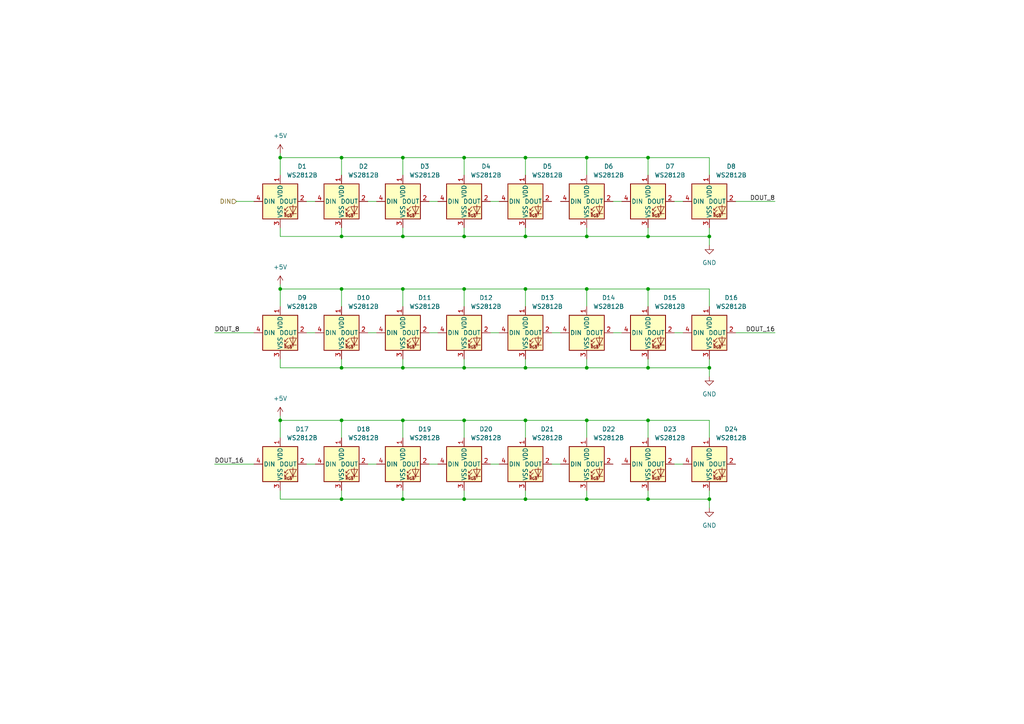
<source format=kicad_sch>
(kicad_sch (version 20230121) (generator eeschema)
  (paper "A4")
  (lib_symbols
    (symbol "LED:WS2812B" (pin_names (offset 0.254))
      (property "Reference" "D" (at 5.08 5.715 0))
      (property "Value" "WS2812B" (at 1.27 -5.715 0))
      (symbol "WS2812B_0_0"
        (text "RGB" (at 2.286 -4.191 0) (effects (font (size 0.762 0.762))))
      )
      (symbol "WS2812B_0_1"
        (polyline (pts (xy 1.27 -3.556) (xy 1.778 -3.556)))
        (polyline (pts (xy 1.27 -2.54) (xy 1.778 -2.54)))
        (polyline (pts (xy 4.699 -3.556) (xy 2.667 -3.556)))
        (polyline (pts (xy 2.286 -2.54) (xy 1.27 -3.556) (xy 1.27 -3.048)))
        (polyline (pts (xy 2.286 -1.524) (xy 1.27 -2.54) (xy 1.27 -2.032)))
        (polyline (pts (xy 3.683 -1.016) (xy 3.683 -3.556) (xy 3.683 -4.064)))
        (polyline (pts (xy 4.699 -1.524) (xy 2.667 -1.524) (xy 3.683 -3.556) (xy 4.699 -1.524)))
        (rectangle (start 5.08 5.08) (end -5.08 -5.08) (stroke (width 0.254)) (fill (type background)))
      )
      (symbol "WS2812B_1_1"
        (pin power_in line (at 0 7.62 270) (length 2.54) (name "VDD") (number "1"))
        (pin output line (at 7.62 0 180) (length 2.54) (name "DOUT") (number "2"))
        (pin power_in line (at 0 -7.62 90) (length 2.54) (name "VSS") (number "3"))
        (pin input line (at -7.62 0 0) (length 2.54) (name "DIN") (number "4"))
      )
    )
    (symbol "power:+5V" (power) (pin_names (offset 0))
      (property "Value" "+5V" (at 0 3.556 0))
      (symbol "+5V_0_1"
        (polyline (pts (xy -0.762 1.27) (xy 0 2.54)))
        (polyline (pts (xy 0 0) (xy 0 2.54)))
        (polyline (pts (xy 0 2.54) (xy 0.762 1.27)))
      )
      (symbol "+5V_1_1"
        (pin power_in line (at 0 0 90) (length 0) hide (name "+5V") (number "1"))
      )
    )
    (symbol "power:GND" (power) (pin_names (offset 0))
      (property "Value" "GND" (at 0 -3.81 0))
      (symbol "GND_0_1"
        (polyline (pts (xy 0 0) (xy 0 -1.27) (xy 1.27 -1.27) (xy 0 -2.54) (xy -1.27 -1.27) (xy 0 -1.27)))
      )
      (symbol "GND_1_1"
        (pin power_in line (at 0 0 270) (length 0) hide (name "GND") (number "1"))
      )
    )
  )
  (junction (at 99.06 45.72))
  (junction (at 152.4 106.68))
  (junction (at 99.06 68.58))
  (junction (at 99.06 121.92))
  (junction (at 187.96 121.92))
  (junction (at 152.4 121.92))
  (junction (at 170.18 83.82))
  (junction (at 134.62 106.68))
  (junction (at 134.62 121.92))
  (junction (at 81.28 45.72))
  (junction (at 116.84 144.78))
  (junction (at 134.62 68.58))
  (junction (at 116.84 45.72))
  (junction (at 170.18 45.72))
  (junction (at 134.62 83.82))
  (junction (at 99.06 83.82))
  (junction (at 116.84 121.92))
  (junction (at 116.84 83.82))
  (junction (at 187.96 83.82))
  (junction (at 152.4 144.78))
  (junction (at 205.74 68.58))
  (junction (at 152.4 45.72))
  (junction (at 170.18 144.78))
  (junction (at 134.62 144.78))
  (junction (at 116.84 106.68))
  (junction (at 134.62 45.72))
  (junction (at 99.06 106.68))
  (junction (at 152.4 83.82))
  (junction (at 187.96 106.68))
  (junction (at 187.96 68.58))
  (junction (at 170.18 68.58))
  (junction (at 99.06 144.78))
  (junction (at 187.96 45.72))
  (junction (at 116.84 68.58))
  (junction (at 152.4 68.58))
  (junction (at 205.74 144.78))
  (junction (at 205.74 106.68))
  (junction (at 81.28 83.82))
  (junction (at 170.18 121.92))
  (junction (at 187.96 144.78))
  (junction (at 170.18 106.68))
  (junction (at 81.28 121.92))
  (wire (pts (xy 134.62 104.14) (xy 134.62 106.68)))
  (wire (pts (xy 116.84 142.24) (xy 116.84 144.78)))
  (wire (pts (xy 152.4 106.68) (xy 170.18 106.68)))
  (wire (pts (xy 170.18 45.72) (xy 152.4 45.72)))
  (wire (pts (xy 99.06 83.82) (xy 81.28 83.82)))
  (wire (pts (xy 170.18 66.04) (xy 170.18 68.58)))
  (wire (pts (xy 116.84 144.78) (xy 134.62 144.78)))
  (wire (pts (xy 170.18 144.78) (xy 187.96 144.78)))
  (wire (pts (xy 152.4 144.78) (xy 170.18 144.78)))
  (wire (pts (xy 170.18 50.8) (xy 170.18 45.72)))
  (wire (pts (xy 170.18 104.14) (xy 170.18 106.68)))
  (wire (pts (xy 134.62 106.68) (xy 152.4 106.68)))
  (wire (pts (xy 88.9 58.42) (xy 91.44 58.42)))
  (wire (pts (xy 134.62 68.58) (xy 152.4 68.58)))
  (wire (pts (xy 205.74 50.8) (xy 205.74 45.72)))
  (wire (pts (xy 195.58 134.62) (xy 198.12 134.62)))
  (wire (pts (xy 116.84 127) (xy 116.84 121.92)))
  (wire (pts (xy 170.18 88.9) (xy 170.18 83.82)))
  (wire (pts (xy 99.06 142.24) (xy 99.06 144.78)))
  (wire (pts (xy 205.74 66.04) (xy 205.74 68.58)))
  (wire (pts (xy 152.4 68.58) (xy 170.18 68.58)))
  (wire (pts (xy 187.96 144.78) (xy 205.74 144.78)))
  (wire (pts (xy 160.02 134.62) (xy 162.56 134.62)))
  (wire (pts (xy 170.18 121.92) (xy 152.4 121.92)))
  (wire (pts (xy 99.06 144.78) (xy 116.84 144.78)))
  (wire (pts (xy 177.8 96.52) (xy 180.34 96.52)))
  (wire (pts (xy 205.74 121.92) (xy 187.96 121.92)))
  (wire (pts (xy 187.96 121.92) (xy 170.18 121.92)))
  (wire (pts (xy 116.84 45.72) (xy 99.06 45.72)))
  (wire (pts (xy 152.4 88.9) (xy 152.4 83.82)))
  (wire (pts (xy 205.74 104.14) (xy 205.74 106.68)))
  (wire (pts (xy 170.18 106.68) (xy 187.96 106.68)))
  (wire (pts (xy 187.96 68.58) (xy 205.74 68.58)))
  (wire (pts (xy 142.24 58.42) (xy 144.78 58.42)))
  (wire (pts (xy 99.06 104.14) (xy 99.06 106.68)))
  (wire (pts (xy 152.4 50.8) (xy 152.4 45.72)))
  (wire (pts (xy 187.96 50.8) (xy 187.96 45.72)))
  (wire (pts (xy 81.28 66.04) (xy 81.28 68.58)))
  (wire (pts (xy 134.62 142.24) (xy 134.62 144.78)))
  (wire (pts (xy 134.62 45.72) (xy 116.84 45.72)))
  (wire (pts (xy 134.62 66.04) (xy 134.62 68.58)))
  (wire (pts (xy 124.46 96.52) (xy 127 96.52)))
  (wire (pts (xy 205.74 45.72) (xy 187.96 45.72)))
  (wire (pts (xy 106.68 134.62) (xy 109.22 134.62)))
  (wire (pts (xy 99.06 106.68) (xy 116.84 106.68)))
  (wire (pts (xy 99.06 121.92) (xy 81.28 121.92)))
  (wire (pts (xy 81.28 83.82) (xy 81.28 88.9)))
  (wire (pts (xy 81.28 144.78) (xy 99.06 144.78)))
  (wire (pts (xy 160.02 96.52) (xy 162.56 96.52)))
  (wire (pts (xy 187.96 104.14) (xy 187.96 106.68)))
  (wire (pts (xy 88.9 134.62) (xy 91.44 134.62)))
  (wire (pts (xy 134.62 88.9) (xy 134.62 83.82)))
  (wire (pts (xy 81.28 82.55) (xy 81.28 83.82)))
  (wire (pts (xy 124.46 58.42) (xy 127 58.42)))
  (wire (pts (xy 116.84 88.9) (xy 116.84 83.82)))
  (wire (pts (xy 177.8 58.42) (xy 180.34 58.42)))
  (wire (pts (xy 187.96 66.04) (xy 187.96 68.58)))
  (wire (pts (xy 116.84 83.82) (xy 99.06 83.82)))
  (wire (pts (xy 187.96 142.24) (xy 187.96 144.78)))
  (wire (pts (xy 205.74 144.78) (xy 205.74 147.32)))
  (wire (pts (xy 213.36 58.42) (xy 224.79 58.42)))
  (wire (pts (xy 81.28 68.58) (xy 99.06 68.58)))
  (wire (pts (xy 170.18 68.58) (xy 187.96 68.58)))
  (wire (pts (xy 152.4 66.04) (xy 152.4 68.58)))
  (wire (pts (xy 187.96 88.9) (xy 187.96 83.82)))
  (wire (pts (xy 81.28 121.92) (xy 81.28 127)))
  (wire (pts (xy 170.18 83.82) (xy 152.4 83.82)))
  (wire (pts (xy 195.58 96.52) (xy 198.12 96.52)))
  (wire (pts (xy 99.06 45.72) (xy 81.28 45.72)))
  (wire (pts (xy 187.96 83.82) (xy 170.18 83.82)))
  (wire (pts (xy 134.62 83.82) (xy 116.84 83.82)))
  (wire (pts (xy 187.96 127) (xy 187.96 121.92)))
  (wire (pts (xy 205.74 142.24) (xy 205.74 144.78)))
  (wire (pts (xy 205.74 127) (xy 205.74 121.92)))
  (wire (pts (xy 205.74 106.68) (xy 205.74 109.22)))
  (wire (pts (xy 142.24 134.62) (xy 144.78 134.62)))
  (wire (pts (xy 205.74 83.82) (xy 187.96 83.82)))
  (wire (pts (xy 152.4 142.24) (xy 152.4 144.78)))
  (wire (pts (xy 116.84 68.58) (xy 134.62 68.58)))
  (wire (pts (xy 124.46 134.62) (xy 127 134.62)))
  (wire (pts (xy 99.06 127) (xy 99.06 121.92)))
  (wire (pts (xy 170.18 142.24) (xy 170.18 144.78)))
  (wire (pts (xy 81.28 142.24) (xy 81.28 144.78)))
  (wire (pts (xy 152.4 45.72) (xy 134.62 45.72)))
  (wire (pts (xy 81.28 44.45) (xy 81.28 45.72)))
  (wire (pts (xy 99.06 50.8) (xy 99.06 45.72)))
  (wire (pts (xy 81.28 104.14) (xy 81.28 106.68)))
  (wire (pts (xy 187.96 45.72) (xy 170.18 45.72)))
  (wire (pts (xy 116.84 66.04) (xy 116.84 68.58)))
  (wire (pts (xy 213.36 96.52) (xy 224.79 96.52)))
  (wire (pts (xy 81.28 106.68) (xy 99.06 106.68)))
  (wire (pts (xy 134.62 50.8) (xy 134.62 45.72)))
  (wire (pts (xy 62.23 96.52) (xy 73.66 96.52)))
  (wire (pts (xy 152.4 83.82) (xy 134.62 83.82)))
  (wire (pts (xy 99.06 68.58) (xy 116.84 68.58)))
  (wire (pts (xy 116.84 104.14) (xy 116.84 106.68)))
  (wire (pts (xy 116.84 106.68) (xy 134.62 106.68)))
  (wire (pts (xy 170.18 127) (xy 170.18 121.92)))
  (wire (pts (xy 81.28 45.72) (xy 81.28 50.8)))
  (wire (pts (xy 99.06 66.04) (xy 99.06 68.58)))
  (wire (pts (xy 99.06 88.9) (xy 99.06 83.82)))
  (wire (pts (xy 187.96 106.68) (xy 205.74 106.68)))
  (wire (pts (xy 195.58 58.42) (xy 198.12 58.42)))
  (wire (pts (xy 142.24 96.52) (xy 144.78 96.52)))
  (wire (pts (xy 152.4 127) (xy 152.4 121.92)))
  (wire (pts (xy 68.58 58.42) (xy 73.66 58.42)))
  (wire (pts (xy 205.74 88.9) (xy 205.74 83.82)))
  (wire (pts (xy 134.62 144.78) (xy 152.4 144.78)))
  (wire (pts (xy 62.23 134.62) (xy 73.66 134.62)))
  (wire (pts (xy 205.74 68.58) (xy 205.74 71.12)))
  (wire (pts (xy 134.62 121.92) (xy 116.84 121.92)))
  (wire (pts (xy 81.28 120.65) (xy 81.28 121.92)))
  (wire (pts (xy 116.84 121.92) (xy 99.06 121.92)))
  (wire (pts (xy 152.4 121.92) (xy 134.62 121.92)))
  (wire (pts (xy 106.68 58.42) (xy 109.22 58.42)))
  (wire (pts (xy 152.4 104.14) (xy 152.4 106.68)))
  (wire (pts (xy 106.68 96.52) (xy 109.22 96.52)))
  (wire (pts (xy 116.84 50.8) (xy 116.84 45.72)))
  (wire (pts (xy 134.62 127) (xy 134.62 121.92)))
  (wire (pts (xy 88.9 96.52) (xy 91.44 96.52)))
  (label "DOUT_16" (at 62.23 134.62 0))
  (label "DOUT_8" (at 224.79 58.42 180))
  (label "DOUT_16" (at 224.79 96.52 180))
  (label "DOUT_8" (at 62.23 96.52 0))
  (hierarchical_label "DIN" (shape input) (at 68.58 58.42 180))
  (symbol (lib_id "LED:WS2812B") (at 187.96 58.42 0) (unit 1)
    (property "Reference" "D7" (at 194.31 48.26 0))
    (property "Value" "WS2812B" (at 194.31 50.8 0))
    (property "Footprint" "LED_SMD:LED_WS2812B_PLCC4_5.0x5.0mm_P3.2mm" (effects hide))
    (property "Datasheet" "https://cdn-shop.adafruit.com/datasheets/WS2812B.pdf" (effects hide))
  )
  (symbol (lib_id "LED:WS2812B") (at 116.84 96.52 0) (unit 1)
    (property "Reference" "D11" (at 123.19 86.36 0))
    (property "Value" "WS2812B" (at 123.19 88.9 0))
    (property "Footprint" "LED_SMD:LED_WS2812B_PLCC4_5.0x5.0mm_P3.2mm" (effects hide))
    (property "Datasheet" "https://cdn-shop.adafruit.com/datasheets/WS2812B.pdf" (effects hide))
  )
  (symbol (lib_id "LED:WS2812B") (at 134.62 96.52 0) (unit 1)
    (property "Reference" "D12" (at 140.97 86.36 0))
    (property "Value" "WS2812B" (at 140.97 88.9 0))
    (property "Footprint" "LED_SMD:LED_WS2812B_PLCC4_5.0x5.0mm_P3.2mm" (effects hide))
    (property "Datasheet" "https://cdn-shop.adafruit.com/datasheets/WS2812B.pdf" (effects hide))
  )
  (symbol (lib_id "LED:WS2812B") (at 205.74 96.52 0) (unit 1)
    (property "Reference" "D16" (at 212.09 86.36 0))
    (property "Value" "WS2812B" (at 212.09 88.9 0))
    (property "Footprint" "LED_SMD:LED_WS2812B_PLCC4_5.0x5.0mm_P3.2mm" (effects hide))
    (property "Datasheet" "https://cdn-shop.adafruit.com/datasheets/WS2812B.pdf" (effects hide))
  )
  (symbol (lib_id "LED:WS2812B") (at 81.28 96.52 0) (unit 1)
    (property "Reference" "D9" (at 87.63 86.36 0))
    (property "Value" "WS2812B" (at 87.63 88.9 0))
    (property "Footprint" "LED_SMD:LED_WS2812B_PLCC4_5.0x5.0mm_P3.2mm" (effects hide))
    (property "Datasheet" "https://cdn-shop.adafruit.com/datasheets/WS2812B.pdf" (effects hide))
  )
  (symbol (lib_id "power:GND") (at 205.74 147.32 0) (unit 1)
    (property "Reference" "#PWR06" (effects hide))
    (property "Value" "GND" (at 205.74 152.4 0))
  )
  (symbol (lib_id "LED:WS2812B") (at 152.4 58.42 0) (unit 1)
    (property "Reference" "D5" (at 158.75 48.26 0))
    (property "Value" "WS2812B" (at 158.75 50.8 0))
    (property "Footprint" "LED_SMD:LED_WS2812B_PLCC4_5.0x5.0mm_P3.2mm" (effects hide))
    (property "Datasheet" "https://cdn-shop.adafruit.com/datasheets/WS2812B.pdf" (effects hide))
  )
  (symbol (lib_id "power:+5V") (at 81.28 82.55 0) (unit 1)
    (property "Reference" "#PWR02" (effects hide))
    (property "Value" "+5V" (at 81.28 77.47 0))
  )
  (symbol (lib_id "power:+5V") (at 81.28 120.65 0) (unit 1)
    (property "Reference" "#PWR03" (effects hide))
    (property "Value" "+5V" (at 81.28 115.57 0))
  )
  (symbol (lib_id "LED:WS2812B") (at 116.84 134.62 0) (unit 1)
    (property "Reference" "D19" (at 123.19 124.46 0))
    (property "Value" "WS2812B" (at 123.19 127 0))
    (property "Footprint" "LED_SMD:LED_WS2812B_PLCC4_5.0x5.0mm_P3.2mm" (effects hide))
    (property "Datasheet" "https://cdn-shop.adafruit.com/datasheets/WS2812B.pdf" (effects hide))
  )
  (symbol (lib_id "LED:WS2812B") (at 205.74 58.42 0) (unit 1)
    (property "Reference" "D8" (at 212.09 48.26 0))
    (property "Value" "WS2812B" (at 212.09 50.8 0))
    (property "Footprint" "LED_SMD:LED_WS2812B_PLCC4_5.0x5.0mm_P3.2mm" (effects hide))
    (property "Datasheet" "https://cdn-shop.adafruit.com/datasheets/WS2812B.pdf" (effects hide))
  )
  (symbol (lib_id "LED:WS2812B") (at 134.62 134.62 0) (unit 1)
    (property "Reference" "D20" (at 140.97 124.46 0))
    (property "Value" "WS2812B" (at 140.97 127 0))
    (property "Footprint" "LED_SMD:LED_WS2812B_PLCC4_5.0x5.0mm_P3.2mm" (effects hide))
    (property "Datasheet" "https://cdn-shop.adafruit.com/datasheets/WS2812B.pdf" (effects hide))
  )
  (symbol (lib_id "LED:WS2812B") (at 99.06 134.62 0) (unit 1)
    (property "Reference" "D18" (at 105.41 124.46 0))
    (property "Value" "WS2812B" (at 105.41 127 0))
    (property "Footprint" "LED_SMD:LED_WS2812B_PLCC4_5.0x5.0mm_P3.2mm" (effects hide))
    (property "Datasheet" "https://cdn-shop.adafruit.com/datasheets/WS2812B.pdf" (effects hide))
  )
  (symbol (lib_id "LED:WS2812B") (at 81.28 58.42 0) (unit 1)
    (property "Reference" "D1" (at 87.63 48.26 0))
    (property "Value" "WS2812B" (at 87.63 50.8 0))
    (property "Footprint" "LED_SMD:LED_WS2812B_PLCC4_5.0x5.0mm_P3.2mm" (effects hide))
    (property "Datasheet" "https://cdn-shop.adafruit.com/datasheets/WS2812B.pdf" (effects hide))
  )
  (symbol (lib_id "LED:WS2812B") (at 99.06 58.42 0) (unit 1)
    (property "Reference" "D2" (at 105.41 48.26 0))
    (property "Value" "WS2812B" (at 105.41 50.8 0))
    (property "Footprint" "LED_SMD:LED_WS2812B_PLCC4_5.0x5.0mm_P3.2mm" (effects hide))
    (property "Datasheet" "https://cdn-shop.adafruit.com/datasheets/WS2812B.pdf" (effects hide))
  )
  (symbol (lib_id "LED:WS2812B") (at 99.06 96.52 0) (unit 1)
    (property "Reference" "D10" (at 105.41 86.36 0))
    (property "Value" "WS2812B" (at 105.41 88.9 0))
    (property "Footprint" "LED_SMD:LED_WS2812B_PLCC4_5.0x5.0mm_P3.2mm" (effects hide))
    (property "Datasheet" "https://cdn-shop.adafruit.com/datasheets/WS2812B.pdf" (effects hide))
  )
  (symbol (lib_id "power:+5V") (at 81.28 44.45 0) (unit 1)
    (property "Reference" "#PWR01" (effects hide))
    (property "Value" "+5V" (at 81.28 39.37 0))
  )
  (symbol (lib_id "LED:WS2812B") (at 152.4 134.62 0) (unit 1)
    (property "Reference" "D21" (at 158.75 124.46 0))
    (property "Value" "WS2812B" (at 158.75 127 0))
    (property "Footprint" "LED_SMD:LED_WS2812B_PLCC4_5.0x5.0mm_P3.2mm" (effects hide))
    (property "Datasheet" "https://cdn-shop.adafruit.com/datasheets/WS2812B.pdf" (effects hide))
  )
  (symbol (lib_id "LED:WS2812B") (at 81.28 134.62 0) (unit 1)
    (property "Reference" "D17" (at 87.63 124.46 0))
    (property "Value" "WS2812B" (at 87.63 127 0))
    (property "Footprint" "LED_SMD:LED_WS2812B_PLCC4_5.0x5.0mm_P3.2mm" (effects hide))
    (property "Datasheet" "https://cdn-shop.adafruit.com/datasheets/WS2812B.pdf" (effects hide))
  )
  (symbol (lib_id "LED:WS2812B") (at 134.62 58.42 0) (unit 1)
    (property "Reference" "D4" (at 140.97 48.26 0))
    (property "Value" "WS2812B" (at 140.97 50.8 0))
    (property "Footprint" "LED_SMD:LED_WS2812B_PLCC4_5.0x5.0mm_P3.2mm" (effects hide))
    (property "Datasheet" "https://cdn-shop.adafruit.com/datasheets/WS2812B.pdf" (effects hide))
  )
  (symbol (lib_id "power:GND") (at 205.74 71.12 0) (unit 1)
    (property "Reference" "#PWR04" (effects hide))
    (property "Value" "GND" (at 205.74 76.2 0))
  )
  (symbol (lib_id "LED:WS2812B") (at 170.18 96.52 0) (unit 1)
    (property "Reference" "D14" (at 176.53 86.36 0))
    (property "Value" "WS2812B" (at 176.53 88.9 0))
    (property "Footprint" "LED_SMD:LED_WS2812B_PLCC4_5.0x5.0mm_P3.2mm" (effects hide))
    (property "Datasheet" "https://cdn-shop.adafruit.com/datasheets/WS2812B.pdf" (effects hide))
  )
  (symbol (lib_id "LED:WS2812B") (at 170.18 134.62 0) (unit 1)
    (property "Reference" "D22" (at 176.53 124.46 0))
    (property "Value" "WS2812B" (at 176.53 127 0))
    (property "Footprint" "LED_SMD:LED_WS2812B_PLCC4_5.0x5.0mm_P3.2mm" (effects hide))
    (property "Datasheet" "https://cdn-shop.adafruit.com/datasheets/WS2812B.pdf" (effects hide))
  )
  (symbol (lib_id "LED:WS2812B") (at 205.74 134.62 0) (unit 1)
    (property "Reference" "D24" (at 212.09 124.46 0))
    (property "Value" "WS2812B" (at 212.09 127 0))
    (property "Footprint" "LED_SMD:LED_WS2812B_PLCC4_5.0x5.0mm_P3.2mm" (effects hide))
    (property "Datasheet" "https://cdn-shop.adafruit.com/datasheets/WS2812B.pdf" (effects hide))
  )
  (symbol (lib_id "LED:WS2812B") (at 170.18 58.42 0) (unit 1)
    (property "Reference" "D6" (at 176.53 48.26 0))
    (property "Value" "WS2812B" (at 176.53 50.8 0))
    (property "Footprint" "LED_SMD:LED_WS2812B_PLCC4_5.0x5.0mm_P3.2mm" (effects hide))
    (property "Datasheet" "https://cdn-shop.adafruit.com/datasheets/WS2812B.pdf" (effects hide))
  )
  (symbol (lib_id "power:GND") (at 205.74 109.22 0) (unit 1)
    (property "Reference" "#PWR05" (effects hide))
    (property "Value" "GND" (at 205.74 114.3 0))
  )
  (symbol (lib_id "LED:WS2812B") (at 152.4 96.52 0) (unit 1)
    (property "Reference" "D13" (at 158.75 86.36 0))
    (property "Value" "WS2812B" (at 158.75 88.9 0))
    (property "Footprint" "LED_SMD:LED_WS2812B_PLCC4_5.0x5.0mm_P3.2mm" (effects hide))
    (property "Datasheet" "https://cdn-shop.adafruit.com/datasheets/WS2812B.pdf" (effects hide))
  )
  (symbol (lib_id "LED:WS2812B") (at 187.96 134.62 0) (unit 1)
    (property "Reference" "D23" (at 194.31 124.46 0))
    (property "Value" "WS2812B" (at 194.31 127 0))
    (property "Footprint" "LED_SMD:LED_WS2812B_PLCC4_5.0x5.0mm_P3.2mm" (effects hide))
    (property "Datasheet" "https://cdn-shop.adafruit.com/datasheets/WS2812B.pdf" (effects hide))
  )
  (symbol (lib_id "LED:WS2812B") (at 187.96 96.52 0) (unit 1)
    (property "Reference" "D15" (at 194.31 86.36 0))
    (property "Value" "WS2812B" (at 194.31 88.9 0))
    (property "Footprint" "LED_SMD:LED_WS2812B_PLCC4_5.0x5.0mm_P3.2mm" (effects hide))
    (property "Datasheet" "https://cdn-shop.adafruit.com/datasheets/WS2812B.pdf" (effects hide))
  )
  (symbol (lib_id "LED:WS2812B") (at 116.84 58.42 0) (unit 1)
    (property "Reference" "D3" (at 123.19 48.26 0))
    (property "Value" "WS2812B" (at 123.19 50.8 0))
    (property "Footprint" "LED_SMD:LED_WS2812B_PLCC4_5.0x5.0mm_P3.2mm" (effects hide))
    (property "Datasheet" "https://cdn-shop.adafruit.com/datasheets/WS2812B.pdf" (effects hide))
  )
)
</source>
